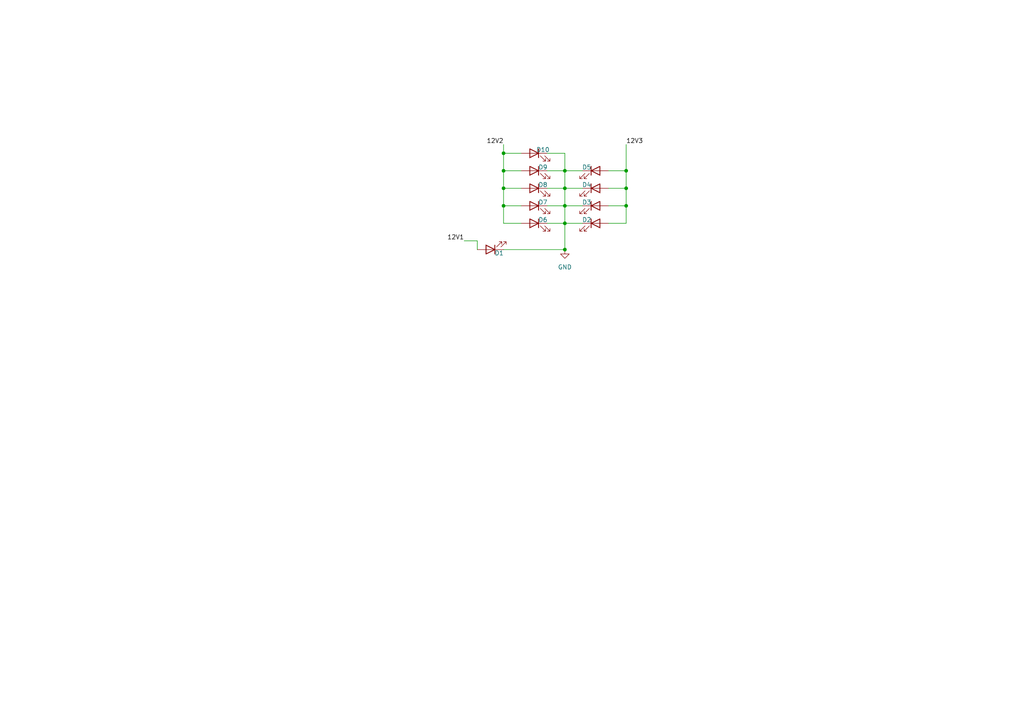
<source format=kicad_sch>
(kicad_sch (version 20250114) (generator "eeschema") (generator_version "9.0")
  (paper "A4")
  (lib_symbols
    (symbol "Device:LED" (pin_numbers (hide yes)) (pin_names (offset 1.016) (hide yes))
      (property "Reference" "D" (at 0 2.54 0))
      (property "Value" "LED" (at 0 -2.54 0))
      (symbol "LED_0_1"
        (polyline (pts (xy -3.048 -0.762) (xy -4.572 -2.286) (xy -3.81 -2.286) (xy -4.572 -2.286) (xy -4.572 -1.524)))
        (polyline (pts (xy -1.778 -0.762) (xy -3.302 -2.286) (xy -2.54 -2.286) (xy -3.302 -2.286) (xy -3.302 -1.524)))
        (polyline (pts (xy -1.27 0) (xy 1.27 0)))
        (polyline (pts (xy -1.27 -1.27) (xy -1.27 1.27)) (stroke (width 0.254)))
        (polyline (pts (xy 1.27 -1.27) (xy 1.27 1.27) (xy -1.27 0) (xy 1.27 -1.27)) (stroke (width 0.254)))
      )
      (symbol "LED_1_1"
        (pin passive line (at -3.81 0 0) (length 2.54) (name "K") (number "1"))
        (pin passive line (at 3.81 0 180) (length 2.54) (name "A") (number "2"))
      )
    )
    (symbol "power:GND" (power) (pin_numbers (hide yes)) (pin_names (offset 0) (hide yes))
      (property "Value" "GND" (at 0 -3.81 0))
      (symbol "GND_0_1"
        (polyline (pts (xy 0 0) (xy 0 -1.27) (xy 1.27 -1.27) (xy 0 -2.54) (xy -1.27 -1.27) (xy 0 -1.27)))
      )
      (symbol "GND_1_1"
        (pin power_in line (at 0 0 270) (length 0) (name "~") (number "1"))
      )
    )
  )
  (junction (at 181.61 59.69))
  (junction (at 163.83 64.77))
  (junction (at 163.83 49.53))
  (junction (at 163.83 72.39))
  (junction (at 181.61 49.53))
  (junction (at 146.05 59.69))
  (junction (at 146.05 44.45))
  (junction (at 181.61 54.61))
  (junction (at 163.83 59.69))
  (junction (at 146.05 49.53))
  (junction (at 146.05 54.61))
  (junction (at 163.83 54.61))
  (wire (pts (xy 158.75 59.69) (xy 163.83 59.69)))
  (wire (pts (xy 158.75 44.45) (xy 163.83 44.45)))
  (wire (pts (xy 146.05 44.45) (xy 151.13 44.45)))
  (wire (pts (xy 181.61 54.61) (xy 181.61 59.69)))
  (wire (pts (xy 181.61 49.53) (xy 181.61 54.61)))
  (wire (pts (xy 163.83 64.77) (xy 163.83 59.69)))
  (wire (pts (xy 146.05 49.53) (xy 146.05 54.61)))
  (wire (pts (xy 158.75 64.77) (xy 163.83 64.77)))
  (wire (pts (xy 163.83 72.39) (xy 163.83 64.77)))
  (wire (pts (xy 181.61 49.53) (xy 176.53 49.53)))
  (wire (pts (xy 163.83 49.53) (xy 168.91 49.53)))
  (wire (pts (xy 163.83 54.61) (xy 168.91 54.61)))
  (wire (pts (xy 146.05 59.69) (xy 146.05 64.77)))
  (wire (pts (xy 146.05 41.91) (xy 146.05 44.45)))
  (wire (pts (xy 163.83 59.69) (xy 168.91 59.69)))
  (wire (pts (xy 176.53 54.61) (xy 181.61 54.61)))
  (wire (pts (xy 181.61 59.69) (xy 181.61 64.77)))
  (wire (pts (xy 163.83 44.45) (xy 163.83 49.53)))
  (wire (pts (xy 146.05 49.53) (xy 151.13 49.53)))
  (wire (pts (xy 151.13 54.61) (xy 146.05 54.61)))
  (wire (pts (xy 151.13 59.69) (xy 146.05 59.69)))
  (wire (pts (xy 158.75 54.61) (xy 163.83 54.61)))
  (wire (pts (xy 138.43 69.85) (xy 138.43 72.39)))
  (wire (pts (xy 176.53 64.77) (xy 181.61 64.77)))
  (wire (pts (xy 134.62 69.85) (xy 138.43 69.85)))
  (wire (pts (xy 146.05 72.39) (xy 163.83 72.39)))
  (wire (pts (xy 163.83 64.77) (xy 168.91 64.77)))
  (wire (pts (xy 176.53 59.69) (xy 181.61 59.69)))
  (wire (pts (xy 158.75 49.53) (xy 163.83 49.53)))
  (wire (pts (xy 163.83 49.53) (xy 163.83 54.61)))
  (wire (pts (xy 163.83 54.61) (xy 163.83 59.69)))
  (wire (pts (xy 181.61 41.91) (xy 181.61 49.53)))
  (wire (pts (xy 146.05 54.61) (xy 146.05 59.69)))
  (wire (pts (xy 146.05 64.77) (xy 151.13 64.77)))
  (wire (pts (xy 146.05 44.45) (xy 146.05 49.53)))
  (label "12V3" (at 181.61 41.91 0))
  (label "12V1" (at 134.62 69.85 180))
  (label "12V2" (at 146.05 41.91 180))
  (symbol (lib_id "Device:LED") (at 154.94 59.69 0) (mirror y) (unit 1)
    (property "Reference" "D7" (at 157.48 58.674 0))
    (property "Value" "LED" (effects (hide yes)))
    (property "Footprint" "Diode_SMD:CREE_JU7070B_K" (effects (hide yes)))
    (property "Description" "Light emitting diode" (effects (hide yes)))
    (property "Sim.Pins" "1=K 2=A" (effects (hide yes)))
  )
  (symbol (lib_id "Device:LED") (at 172.72 64.77 0) (unit 1)
    (property "Reference" "D2" (at 170.18 63.754 0))
    (property "Value" "LED" (effects (hide yes)))
    (property "Footprint" "Diode_SMD:CREE_JU7070B_K" (effects (hide yes)))
    (property "Description" "Light emitting diode" (effects (hide yes)))
    (property "Sim.Pins" "1=K 2=A" (effects (hide yes)))
  )
  (symbol (lib_id "Device:LED") (at 154.94 44.45 0) (mirror y) (unit 1)
    (property "Reference" "D10" (at 157.48 43.434 0))
    (property "Value" "LED" (effects (hide yes)))
    (property "Footprint" "Diode_SMD:CREE_JU7070B_K" (effects (hide yes)))
    (property "Description" "Light emitting diode" (effects (hide yes)))
    (property "Sim.Pins" "1=K 2=A" (effects (hide yes)))
  )
  (symbol (lib_id "power:GND") (at 163.83 72.39 0) (unit 1)
    (property "Reference" "#PWR01" (effects (hide yes)))
    (property "Value" "GND" (at 163.83 77.47 0))
    (property "Description" "Power symbol creates a global label with name \"GND\" , ground" (effects (hide yes)))
  )
  (symbol (lib_id "Device:LED") (at 154.94 54.61 0) (mirror y) (unit 1)
    (property "Reference" "D8" (at 157.48 53.594 0))
    (property "Value" "LED" (effects (hide yes)))
    (property "Footprint" "Diode_SMD:CREE_JU7070B_K" (effects (hide yes)))
    (property "Description" "Light emitting diode" (effects (hide yes)))
    (property "Sim.Pins" "1=K 2=A" (effects (hide yes)))
  )
  (symbol (lib_id "Device:LED") (at 154.94 49.53 0) (mirror y) (unit 1)
    (property "Reference" "D9" (at 157.48 48.514 0))
    (property "Value" "LED" (effects (hide yes)))
    (property "Footprint" "Diode_SMD:CREE_JU7070B_K" (effects (hide yes)))
    (property "Description" "Light emitting diode" (effects (hide yes)))
    (property "Sim.Pins" "1=K 2=A" (effects (hide yes)))
  )
  (symbol (lib_id "Device:LED") (at 172.72 54.61 0) (unit 1)
    (property "Reference" "D4" (at 170.18 53.594 0))
    (property "Value" "LED" (effects (hide yes)))
    (property "Footprint" "Diode_SMD:CREE_JU7070B_K" (effects (hide yes)))
    (property "Description" "Light emitting diode" (effects (hide yes)))
    (property "Sim.Pins" "1=K 2=A" (effects (hide yes)))
  )
  (symbol (lib_id "Device:LED") (at 172.72 49.53 0) (unit 1)
    (property "Reference" "D5" (at 170.18 48.514 0))
    (property "Value" "LED" (effects (hide yes)))
    (property "Footprint" "Diode_SMD:CREE_JU7070B_K" (effects (hide yes)))
    (property "Description" "Light emitting diode" (effects (hide yes)))
    (property "Sim.Pins" "1=K 2=A" (effects (hide yes)))
  )
  (symbol (lib_id "Device:LED") (at 154.94 64.77 0) (mirror y) (unit 1)
    (property "Reference" "D6" (at 157.48 63.754 0))
    (property "Value" "LED" (effects (hide yes)))
    (property "Footprint" "Diode_SMD:CREE_JU7070B_K" (effects (hide yes)))
    (property "Description" "Light emitting diode" (effects (hide yes)))
    (property "Sim.Pins" "1=K 2=A" (effects (hide yes)))
  )
  (symbol (lib_id "Device:LED") (at 172.72 59.69 0) (unit 1)
    (property "Reference" "D3" (at 170.18 58.674 0))
    (property "Value" "LED" (effects (hide yes)))
    (property "Footprint" "Diode_SMD:CREE_JU7070B_K" (effects (hide yes)))
    (property "Description" "Light emitting diode" (effects (hide yes)))
    (property "Sim.Pins" "1=K 2=A" (effects (hide yes)))
  )
  (symbol (lib_id "Device:LED") (at 142.24 72.39 180) (unit 1)
    (property "Reference" "D1" (at 144.78 73.406 0))
    (property "Value" "LED" (effects (hide yes)))
    (property "Footprint" "Diode_SMD:CREE_JU7070B_K" (effects (hide yes)))
    (property "Description" "Light emitting diode" (effects (hide yes)))
    (property "Sim.Pins" "1=K 2=A" (effects (hide yes)))
  )
)
</source>
